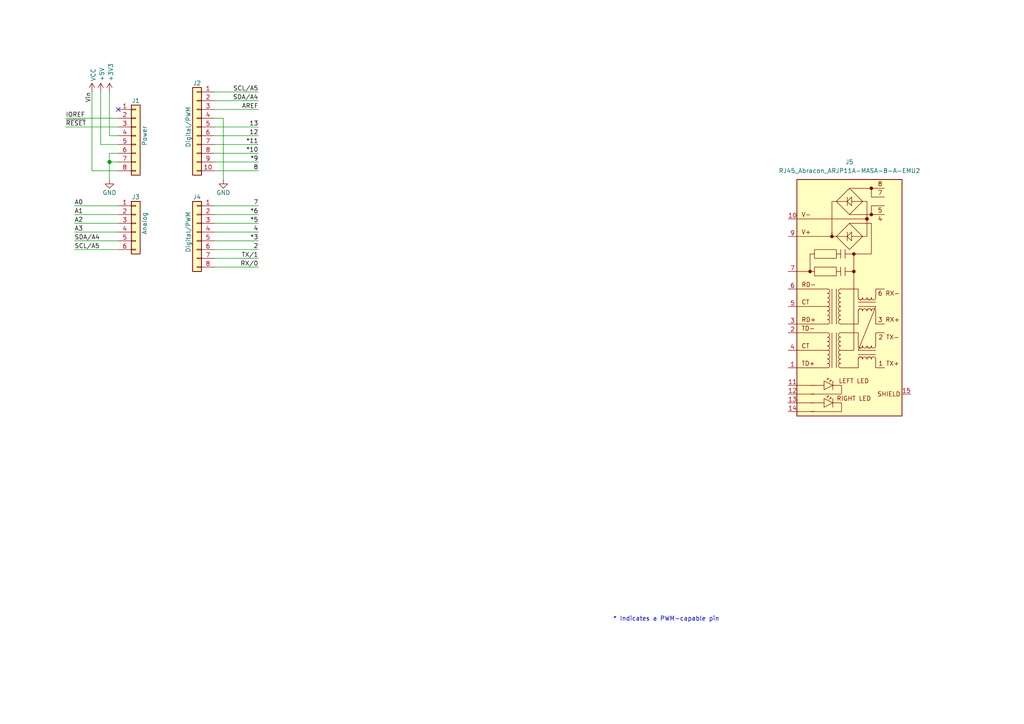
<source format=kicad_sch>
(kicad_sch (version 20230121) (generator eeschema)
  (paper "A4")
  (title_block (date "mar. 31 mars 2015"))
  (lib_symbols
    (symbol "Connector:RJ45_Abracon_ARJP11A-MASA-B-A-EMU2" (pin_names (offset 1.016) hide)
      (property "Reference" "J" (at 0 -38.1 0))
      (property "Value" "RJ45_Abracon_ARJP11A-MASA-B-A-EMU2" (at 0 -35.56 0))
      (symbol "RJ45_Abracon_ARJP11A-MASA-B-A-EMU2_0_0"
        (rectangle (start -15.24 -34.29) (end 15.24 34.29) (stroke (width 0.254)) (fill (type background)))
        (rectangle (start -3.81 8.89) (end -10.16 6.35))
        (polyline (pts (xy -15.24 -33.02) (xy -10.16 -33.02)))
        (polyline (pts (xy -15.24 -30.48) (xy -10.16 -30.48)))
        (polyline (pts (xy -15.24 -27.94) (xy -10.16 -27.94)))
        (polyline (pts (xy -15.24 -25.4) (xy -10.16 -25.4)))
        (polyline (pts (xy -15.24 -20.32) (xy -10.16 -20.32)))
        (polyline (pts (xy -15.24 -15.24) (xy -10.16 -15.24)))
        (polyline (pts (xy -15.24 -10.16) (xy -10.16 -10.16)))
        (polyline (pts (xy -15.24 -7.62) (xy -10.16 -7.62)))
        (polyline (pts (xy -15.24 -2.54) (xy -10.16 -2.54)))
        (polyline (pts (xy -15.24 2.54) (xy -10.16 2.54)))
        (polyline (pts (xy -15.24 22.86) (xy 5.08 22.86)))
        (polyline (pts (xy -11.43 7.62) (xy -15.24 7.62)))
        (polyline (pts (xy -11.176 -25.4) (xy -7.366 -25.4)))
        (polyline (pts (xy -10.16 7.62) (xy -11.43 7.62)))
        (polyline (pts (xy -5.08 17.78) (xy -15.24 17.78)))
        (polyline (pts (xy -5.08 17.78) (xy -3.81 17.78)))
        (polyline (pts (xy -5.08 19.05) (xy -5.08 17.78)))
        (polyline (pts (xy -3.81 7.62) (xy -2.54 7.62)))
        (polyline (pts (xy -3.81 12.7) (xy -2.54 12.7)))
        (polyline (pts (xy -2.54 8.89) (xy -2.54 6.35)))
        (polyline (pts (xy -1.27 8.89) (xy -1.27 6.35)))
        (polyline (pts (xy -1.27 13.97) (xy -1.27 11.43)))
        (polyline (pts (xy 0 21.59) (xy 6.35 21.59)))
        (polyline (pts (xy 0 24.13) (xy 10.16 24.13)))
        (polyline (pts (xy 0 31.75) (xy 10.16 31.75)))
        (polyline (pts (xy 1.27 10.16) (xy 1.27 12.7)))
        (polyline (pts (xy -10.16 12.7) (xy -11.43 12.7) (xy -11.43 7.62)))
        (polyline (pts (xy -3.81 27.94) (xy -5.08 27.94) (xy -5.08 17.78)))
        (polyline (pts (xy -1.27 12.7) (xy 0 12.7) (xy 1.27 12.7)))
        (polyline (pts (xy 1.27 12.7) (xy 6.35 12.7) (xy 6.35 21.59)))
        (polyline (pts (xy 6.35 24.13) (xy 6.35 26.67) (xy 10.16 26.67)))
        (polyline (pts (xy 6.35 31.75) (xy 6.35 29.21) (xy 10.16 29.21)))
        (polyline (pts (xy -4.826 -25.4) (xy -2.286 -25.4) (xy -2.286 -27.94) (xy -11.176 -27.94)))
        (polyline (pts (xy -2.54 -15.24) (xy -1.27 -15.24) (xy 1.27 -15.24) (xy 1.27 10.16)))
        (polyline (pts (xy 3.81 17.78) (xy 5.08 17.78) (xy 5.08 27.94) (xy 3.81 27.94)))
        (polyline (pts (xy -3.81 17.78) (xy 0 13.97) (xy 3.81 17.78) (xy 0 21.59) (xy -3.81 17.78)))
        (circle (center 1.27 7.62) (radius 0.0001) (stroke (width 0.508)))
        (text "1 TX+" (at 11.43 -19.05 0) (effects (font (size 1.27 1.27))))
        (text "2 TX-" (at 11.43 -11.43 0) (effects (font (size 1.27 1.27))))
        (text "3 RX+" (at 11.43 -6.35 0) (effects (font (size 1.27 1.27))))
        (text "4" (at 8.89 22.86 0) (effects (font (size 1.27 1.27))))
        (text "5" (at 8.89 25.4 0) (effects (font (size 1.27 1.27))))
        (text "6 RX-" (at 11.43 1.27 0) (effects (font (size 1.27 1.27))))
        (text "7" (at 8.89 30.48 0) (effects (font (size 1.27 1.27))))
        (text "8" (at 8.89 33.02 0) (effects (font (size 1.27 1.27))))
        (text "CT" (at -13.97 -1.27 0) (effects (font (size 1.27 1.27)) (justify left)))
        (text "LEFT LED" (at 1.27 -24.13 0) (effects (font (size 1.27 1.27))))
        (text "RD-" (at -13.97 3.81 0) (effects (font (size 1.27 1.27)) (justify left)))
        (text "SHIELD" (at 11.43 -27.94 0) (effects (font (size 1.27 1.27))))
        (text "V+" (at -13.97 19.05 0) (effects (font (size 1.27 1.27)) (justify left)))
        (text "V-" (at -13.97 24.13 0) (effects (font (size 1.27 1.27)) (justify left)))
      )
      (symbol "RJ45_Abracon_ARJP11A-MASA-B-A-EMU2_0_1"
        (arc (start -6.35 -16.51) (mid -5.7177 -15.875) (end -6.35 -15.24))
        (arc (start -6.35 -15.24) (mid -5.7177 -14.605) (end -6.35 -13.97))
        (arc (start -6.35 -13.97) (mid -6.35 -13.97) (end -6.35 -13.97))
        (arc (start -6.35 -11.43) (mid -5.7177 -10.795) (end -6.35 -10.16))
        (polyline (pts (xy -6.35 -20.32) (xy -10.16 -20.32)))
        (polyline (pts (xy -6.35 -15.24) (xy -10.16 -15.24)))
        (polyline (pts (xy -6.35 -10.16) (xy -10.16 -10.16)))
        (polyline (pts (xy -6.35 -7.62) (xy -10.16 -7.62)))
        (polyline (pts (xy -6.35 -2.54) (xy -10.16 -2.54)))
        (polyline (pts (xy -6.35 2.54) (xy -10.16 2.54)))
        (polyline (pts (xy -6.096 -28.448) (xy -6.35 -28.448)))
        (polyline (pts (xy -5.334 -28.956) (xy -5.588 -28.956)))
        (polyline (pts (xy -4.826 -24.13) (xy -4.826 -26.67)))
        (polyline (pts (xy -1.27 7.62) (xy 1.27 7.62)))
        (polyline (pts (xy -0.635 17.78) (xy -3.81 17.78)))
        (polyline (pts (xy -0.635 19.05) (xy -0.635 16.51)))
        (polyline (pts (xy 0.635 17.78) (xy 3.81 17.78)))
        (polyline (pts (xy -6.604 -28.956) (xy -6.096 -28.448) (xy -6.096 -28.702)))
        (polyline (pts (xy -5.842 -29.464) (xy -5.334 -28.956) (xy -5.334 -29.21)))
        (polyline (pts (xy -7.366 -24.13) (xy -7.366 -26.67) (xy -4.826 -25.4) (xy -7.366 -24.13)))
        (polyline (pts (xy 0.635 19.05) (xy 0.635 16.51) (xy -0.635 17.78) (xy 0.635 19.05)))
      )
      (symbol "RJ45_Abracon_ARJP11A-MASA-B-A-EMU2_1_1"
        (circle (center -11.43 7.62) (radius 0.0001) (stroke (width 0.508)))
        (arc (start -6.35 -20.32) (mid -5.7177 -19.685) (end -6.35 -19.05))
        (arc (start -6.35 -19.05) (mid -5.7177 -18.415) (end -6.35 -17.78))
        (arc (start -6.35 -17.78) (mid -6.35 -17.78) (end -6.35 -17.78))
        (arc (start -6.35 -17.78) (mid -5.7177 -17.145) (end -6.35 -16.51))
        (arc (start -6.35 -13.97) (mid -5.7177 -13.335) (end -6.35 -12.7))
        (arc (start -6.35 -12.7) (mid -5.7177 -12.065) (end -6.35 -11.43))
        (arc (start -6.35 -7.62) (mid -5.7177 -6.985) (end -6.35 -6.35))
        (arc (start -6.35 -6.35) (mid -5.7177 -5.715) (end -6.35 -5.08))
        (arc (start -6.35 -5.08) (mid -6.35 -5.08) (end -6.35 -5.08))
        (arc (start -6.35 -5.08) (mid -5.7177 -4.445) (end -6.35 -3.81))
        (arc (start -6.35 -3.81) (mid -6.35 -3.81) (end -6.35 -3.81))
        (arc (start -6.35 -3.81) (mid -5.7177 -3.175) (end -6.35 -2.54))
        (arc (start -6.35 -2.54) (mid -5.7177 -1.905) (end -6.35 -1.27))
        (arc (start -6.35 -1.27) (mid -5.7177 -0.635) (end -6.35 0))
        (arc (start -6.35 0) (mid -5.7177 0.635) (end -6.35 1.27))
        (arc (start -6.35 1.27) (mid -6.35 1.27) (end -6.35 1.27))
        (arc (start -6.35 1.27) (mid -5.7177 1.905) (end -6.35 2.54))
        (circle (center -5.08 17.78) (radius 0.0001) (stroke (width 0.508)))
        (rectangle (start -3.81 13.97) (end -10.16 11.43))
        (arc (start -2.54 -19.05) (mid -3.1723 -19.685) (end -2.54 -20.32))
        (arc (start -2.54 -19.05) (mid -2.54 -19.05) (end -2.54 -19.05))
        (arc (start -2.54 -17.78) (mid -3.1723 -18.415) (end -2.54 -19.05))
        (arc (start -2.54 -16.51) (mid -3.1723 -17.145) (end -2.54 -17.78))
        (arc (start -2.54 -15.24) (mid -3.1723 -15.875) (end -2.54 -16.51))
        (arc (start -2.54 -15.24) (mid -2.54 -15.24) (end -2.54 -15.24))
        (arc (start -2.54 -13.97) (mid -3.1723 -14.605) (end -2.54 -15.24))
        (arc (start -2.54 -12.7) (mid -3.1723 -13.335) (end -2.54 -13.97))
        (arc (start -2.54 -11.43) (mid -3.1723 -12.065) (end -2.54 -12.7))
        (arc (start -2.54 -10.16) (mid -3.1723 -10.795) (end -2.54 -11.43))
        (arc (start -2.54 -6.35) (mid -3.1723 -6.985) (end -2.54 -7.62))
        (arc (start -2.54 -6.35) (mid -2.54 -6.35) (end -2.54 -6.35))
        (arc (start -2.54 -5.08) (mid -3.1723 -5.715) (end -2.54 -6.35))
        (arc (start -2.54 -3.81) (mid -3.1723 -4.445) (end -2.54 -5.08))
        (arc (start -2.54 -3.81) (mid -2.54 -3.81) (end -2.54 -3.81))
        (arc (start -2.54 -2.54) (mid -3.1723 -3.175) (end -2.54 -3.81))
        (arc (start -2.54 -1.27) (mid -3.1723 -1.905) (end -2.54 -2.54))
        (arc (start -2.54 0) (mid -3.1723 -0.635) (end -2.54 -1.27))
        (arc (start -2.54 0) (mid -2.54 0) (end -2.54 0))
        (arc (start -2.54 1.27) (mid -3.1723 0.635) (end -2.54 0))
        (arc (start -2.54 2.54) (mid -3.1723 1.905) (end -2.54 1.27))
        (polyline (pts (xy -11.176 -30.48) (xy -7.366 -30.48)))
        (polyline (pts (xy -6.096 -23.368) (xy -6.35 -23.368)))
        (polyline (pts (xy -5.334 -23.876) (xy -5.588 -23.876)))
        (polyline (pts (xy -5.08 -10.16) (xy -5.08 -20.32)))
        (polyline (pts (xy -5.08 2.54) (xy -5.08 -7.62)))
        (polyline (pts (xy -4.826 -29.21) (xy -4.826 -31.75)))
        (polyline (pts (xy -3.81 -20.32) (xy -3.81 -10.16)))
        (polyline (pts (xy -3.81 -7.62) (xy -3.81 2.54)))
        (polyline (pts (xy -2.54 13.97) (xy -2.54 11.43)))
        (polyline (pts (xy -0.635 27.94) (xy -3.81 27.94)))
        (polyline (pts (xy -0.635 29.21) (xy -0.635 26.67)))
        (polyline (pts (xy 0.635 27.94) (xy 3.81 27.94)))
        (polyline (pts (xy 2.54 -16.51) (xy 7.62 -16.51)))
        (polyline (pts (xy 2.54 -15.24) (xy 7.62 -2.54)))
        (polyline (pts (xy 2.54 -2.54) (xy 7.62 -2.54)))
        (polyline (pts (xy 7.62 -15.24) (xy 2.54 -15.24)))
        (polyline (pts (xy 7.62 -1.27) (xy 2.54 -1.27)))
        (polyline (pts (xy -6.604 -23.876) (xy -6.096 -23.368) (xy -6.096 -23.622)))
        (polyline (pts (xy -5.842 -24.384) (xy -5.334 -23.876) (xy -5.334 -24.13)))
        (polyline (pts (xy -2.54 -10.16) (xy 2.54 -10.16) (xy 2.54 -13.97)))
        (polyline (pts (xy -2.54 -7.62) (xy 2.54 -7.62) (xy 2.54 -3.81)))
        (polyline (pts (xy -2.54 2.54) (xy 2.54 2.54) (xy 2.54 0)))
        (polyline (pts (xy 2.54 -17.78) (xy 2.54 -20.32) (xy -2.54 -20.32)))
        (polyline (pts (xy 7.62 -17.78) (xy 7.62 -20.32) (xy 10.16 -20.32)))
        (polyline (pts (xy 7.62 -13.97) (xy 7.62 -10.16) (xy 10.16 -10.16)))
        (polyline (pts (xy 7.62 -3.81) (xy 7.62 -7.62) (xy 10.16 -7.62)))
        (polyline (pts (xy 7.62 0) (xy 7.62 2.54) (xy 10.16 2.54)))
        (polyline (pts (xy -7.366 -29.21) (xy -7.366 -31.75) (xy -4.826 -30.48) (xy -7.366 -29.21)))
        (polyline (pts (xy -4.826 -30.48) (xy -2.286 -30.48) (xy -2.286 -33.02) (xy -11.176 -33.02)))
        (polyline (pts (xy 0.635 29.21) (xy 0.635 26.67) (xy -0.635 27.94) (xy 0.635 29.21)))
        (polyline (pts (xy -3.81 27.94) (xy 0 24.13) (xy 3.81 27.94) (xy 0 31.75) (xy -3.81 27.94)))
        (circle (center 1.27 12.7) (radius 0.0001) (stroke (width 0.508)))
        (arc (start 2.54 -17.78) (mid 2.54 -17.78) (end 2.54 -17.78))
        (arc (start 2.54 -13.97) (mid 3.175 -14.6023) (end 3.81 -13.97))
        (arc (start 2.54 -13.97) (mid 3.175 -14.6023) (end 3.81 -13.97))
        (arc (start 2.54 -3.81) (mid 2.54 -3.81) (end 2.54 -3.81))
        (arc (start 2.54 0) (mid 3.175 -0.6323) (end 3.81 0))
        (arc (start 2.54 0) (mid 3.175 -0.6323) (end 3.81 0))
        (arc (start 3.81 -17.78) (mid 3.175 -17.1477) (end 2.54 -17.78))
        (arc (start 3.81 -17.78) (mid 3.175 -17.1477) (end 2.54 -17.78))
        (arc (start 3.81 -13.97) (mid 3.81 -13.97) (end 3.81 -13.97))
        (arc (start 3.81 -13.97) (mid 4.445 -14.6023) (end 5.08 -13.97))
        (arc (start 3.81 -3.81) (mid 3.175 -3.1777) (end 2.54 -3.81))
        (arc (start 3.81 -3.81) (mid 3.175 -3.1777) (end 2.54 -3.81))
        (arc (start 3.81 0) (mid 3.81 0) (end 3.81 0))
        (arc (start 3.81 0) (mid 4.445 -0.6323) (end 5.08 0))
        (arc (start 5.08 -17.78) (mid 4.445 -17.1477) (end 3.81 -17.78))
        (arc (start 5.08 -17.78) (mid 5.08 -17.78) (end 5.08 -17.78))
        (arc (start 5.08 -13.97) (mid 5.715 -14.6023) (end 6.35 -13.97))
        (arc (start 5.08 -13.97) (mid 5.715 -14.6023) (end 6.35 -13.97))
        (arc (start 5.08 -3.81) (mid 4.445 -3.1777) (end 3.81 -3.81))
        (arc (start 5.08 -3.81) (mid 5.08 -3.81) (end 5.08 -3.81))
        (arc (start 5.08 0) (mid 5.715 -0.6323) (end 6.35 0))
        (arc (start 5.08 0) (mid 5.715 -0.6323) (end 6.35 0))
        (circle (center 5.08 22.86) (radius 0.0001) (stroke (width 0.508)))
        (circle (center 5.08 22.86) (radius 0.0001) (stroke (width 0.508)))
        (arc (start 6.35 -17.78) (mid 5.715 -17.1477) (end 5.08 -17.78))
        (arc (start 6.35 -17.78) (mid 5.715 -17.1477) (end 5.08 -17.78))
        (arc (start 6.35 -13.97) (mid 6.35 -13.97) (end 6.35 -13.97))
        (arc (start 6.35 -13.97) (mid 6.985 -14.6023) (end 7.62 -13.97))
        (arc (start 6.35 -3.81) (mid 5.715 -3.1777) (end 5.08 -3.81))
        (arc (start 6.35 -3.81) (mid 5.715 -3.1777) (end 5.08 -3.81))
        (arc (start 6.35 0) (mid 6.35 0) (end 6.35 0))
        (arc (start 6.35 0) (mid 6.985 -0.6323) (end 7.62 0))
        (circle (center 6.35 24.13) (radius 0.0001) (stroke (width 0.508)))
        (circle (center 6.35 31.75) (radius 0.0001) (stroke (width 0.508)))
        (arc (start 7.62 -17.78) (mid 6.985 -17.1477) (end 6.35 -17.78))
        (arc (start 7.62 -3.81) (mid 6.985 -3.1777) (end 6.35 -3.81))
        (text "CT" (at -13.97 -13.97 0) (effects (font (size 1.27 1.27)) (justify left)))
        (text "RD+" (at -13.97 -6.35 0) (effects (font (size 1.27 1.27)) (justify left)))
        (text "RIGHT LED" (at 1.27 -29.21 0) (effects (font (size 1.27 1.27))))
        (text "TD+" (at -13.97 -19.05 0) (effects (font (size 1.27 1.27)) (justify left)))
        (text "TD-" (at -13.97 -8.89 0) (effects (font (size 1.27 1.27)) (justify left)))
        (pin passive line (at -17.78 -20.32 0) (length 2.54) (name "TD+") (number "1"))
        (pin power_out line (at -17.78 22.86 0) (length 2.54) (name "V-") (number "10"))
        (pin passive line (at -17.78 -25.4 0) (length 2.54) (name "LLED+") (number "11"))
        (pin passive line (at -17.78 -27.94 0) (length 2.54) (name "LLED-") (number "12"))
        (pin passive line (at -17.78 -30.48 0) (length 2.54) (name "RLED+") (number "13"))
        (pin passive line (at -17.78 -33.02 0) (length 2.54) (name "RLED-") (number "14"))
        (pin passive line (at 17.78 -27.94 180) (length 2.54) (name "SHIELD") (number "15"))
        (pin passive line (at -17.78 -10.16 0) (length 2.54) (name "TD-") (number "2"))
        (pin passive line (at -17.78 -7.62 0) (length 2.54) (name "RD+") (number "3"))
        (pin passive line (at -17.78 -15.24 0) (length 2.54) (name "CT") (number "4"))
        (pin passive line (at -17.78 -2.54 0) (length 2.54) (name "CT") (number "5"))
        (pin passive line (at -17.78 2.54 0) (length 2.54) (name "RD-") (number "6"))
        (pin passive line (at -17.78 7.62 0) (length 2.54) (name "7") (number "7"))
        (pin power_out line (at -17.78 17.78 0) (length 2.54) (name "V+") (number "9"))
      )
    )
    (symbol "Connector_Generic:Conn_01x06" (pin_names (offset 1.016) hide)
      (property "Reference" "J" (at 0 7.62 0))
      (property "Value" "Conn_01x06" (at 0 -10.16 0))
      (symbol "Conn_01x06_1_1"
        (rectangle (start -1.27 -7.493) (end 0 -7.747) (stroke (width 0.1524)))
        (rectangle (start -1.27 -4.953) (end 0 -5.207) (stroke (width 0.1524)))
        (rectangle (start -1.27 -2.413) (end 0 -2.667) (stroke (width 0.1524)))
        (rectangle (start -1.27 0.127) (end 0 -0.127) (stroke (width 0.1524)))
        (rectangle (start -1.27 2.667) (end 0 2.413) (stroke (width 0.1524)))
        (rectangle (start -1.27 5.207) (end 0 4.953) (stroke (width 0.1524)))
        (rectangle (start -1.27 6.35) (end 1.27 -8.89) (stroke (width 0.254)) (fill (type background)))
        (pin passive line (at -5.08 5.08 0) (length 3.81) (name "Pin_1") (number "1"))
        (pin passive line (at -5.08 2.54 0) (length 3.81) (name "Pin_2") (number "2"))
        (pin passive line (at -5.08 0 0) (length 3.81) (name "Pin_3") (number "3"))
        (pin passive line (at -5.08 -2.54 0) (length 3.81) (name "Pin_4") (number "4"))
        (pin passive line (at -5.08 -5.08 0) (length 3.81) (name "Pin_5") (number "5"))
        (pin passive line (at -5.08 -7.62 0) (length 3.81) (name "Pin_6") (number "6"))
      )
    )
    (symbol "Connector_Generic:Conn_01x08" (pin_names (offset 1.016) hide)
      (property "Reference" "J" (at 0 10.16 0))
      (property "Value" "Conn_01x08" (at 0 -12.7 0))
      (symbol "Conn_01x08_1_1"
        (rectangle (start -1.27 -10.033) (end 0 -10.287) (stroke (width 0.1524)))
        (rectangle (start -1.27 -7.493) (end 0 -7.747) (stroke (width 0.1524)))
        (rectangle (start -1.27 -4.953) (end 0 -5.207) (stroke (width 0.1524)))
        (rectangle (start -1.27 -2.413) (end 0 -2.667) (stroke (width 0.1524)))
        (rectangle (start -1.27 0.127) (end 0 -0.127) (stroke (width 0.1524)))
        (rectangle (start -1.27 2.667) (end 0 2.413) (stroke (width 0.1524)))
        (rectangle (start -1.27 5.207) (end 0 4.953) (stroke (width 0.1524)))
        (rectangle (start -1.27 7.747) (end 0 7.493) (stroke (width 0.1524)))
        (rectangle (start -1.27 8.89) (end 1.27 -11.43) (stroke (width 0.254)) (fill (type background)))
        (pin passive line (at -5.08 7.62 0) (length 3.81) (name "Pin_1") (number "1"))
        (pin passive line (at -5.08 5.08 0) (length 3.81) (name "Pin_2") (number "2"))
        (pin passive line (at -5.08 2.54 0) (length 3.81) (name "Pin_3") (number "3"))
        (pin passive line (at -5.08 0 0) (length 3.81) (name "Pin_4") (number "4"))
        (pin passive line (at -5.08 -2.54 0) (length 3.81) (name "Pin_5") (number "5"))
        (pin passive line (at -5.08 -5.08 0) (length 3.81) (name "Pin_6") (number "6"))
        (pin passive line (at -5.08 -7.62 0) (length 3.81) (name "Pin_7") (number "7"))
        (pin passive line (at -5.08 -10.16 0) (length 3.81) (name "Pin_8") (number "8"))
      )
    )
    (symbol "Connector_Generic:Conn_01x10" (pin_names (offset 1.016) hide)
      (property "Reference" "J" (at 0 12.7 0))
      (property "Value" "Conn_01x10" (at 0 -15.24 0))
      (symbol "Conn_01x10_1_1"
        (rectangle (start -1.27 -12.573) (end 0 -12.827) (stroke (width 0.1524)))
        (rectangle (start -1.27 -10.033) (end 0 -10.287) (stroke (width 0.1524)))
        (rectangle (start -1.27 -7.493) (end 0 -7.747) (stroke (width 0.1524)))
        (rectangle (start -1.27 -4.953) (end 0 -5.207) (stroke (width 0.1524)))
        (rectangle (start -1.27 -2.413) (end 0 -2.667) (stroke (width 0.1524)))
        (rectangle (start -1.27 0.127) (end 0 -0.127) (stroke (width 0.1524)))
        (rectangle (start -1.27 2.667) (end 0 2.413) (stroke (width 0.1524)))
        (rectangle (start -1.27 5.207) (end 0 4.953) (stroke (width 0.1524)))
        (rectangle (start -1.27 7.747) (end 0 7.493) (stroke (width 0.1524)))
        (rectangle (start -1.27 10.287) (end 0 10.033) (stroke (width 0.1524)))
        (rectangle (start -1.27 11.43) (end 1.27 -13.97) (stroke (width 0.254)) (fill (type background)))
        (pin passive line (at -5.08 10.16 0) (length 3.81) (name "Pin_1") (number "1"))
        (pin passive line (at -5.08 -12.7 0) (length 3.81) (name "Pin_10") (number "10"))
        (pin passive line (at -5.08 7.62 0) (length 3.81) (name "Pin_2") (number "2"))
        (pin passive line (at -5.08 5.08 0) (length 3.81) (name "Pin_3") (number "3"))
        (pin passive line (at -5.08 2.54 0) (length 3.81) (name "Pin_4") (number "4"))
        (pin passive line (at -5.08 0 0) (length 3.81) (name "Pin_5") (number "5"))
        (pin passive line (at -5.08 -2.54 0) (length 3.81) (name "Pin_6") (number "6"))
        (pin passive line (at -5.08 -5.08 0) (length 3.81) (name "Pin_7") (number "7"))
        (pin passive line (at -5.08 -7.62 0) (length 3.81) (name "Pin_8") (number "8"))
        (pin passive line (at -5.08 -10.16 0) (length 3.81) (name "Pin_9") (number "9"))
      )
    )
    (symbol "power:+3V3" (power) (pin_names (offset 0))
      (property "Value" "+3V3" (at 0 3.556 0))
      (symbol "+3V3_0_1"
        (polyline (pts (xy -0.762 1.27) (xy 0 2.54)))
        (polyline (pts (xy 0 0) (xy 0 2.54)))
        (polyline (pts (xy 0 2.54) (xy 0.762 1.27)))
      )
      (symbol "+3V3_1_1"
        (pin power_in line (at 0 0 90) (length 0) hide (name "+3V3") (number "1"))
      )
    )
    (symbol "power:+5V" (power) (pin_names (offset 0))
      (property "Value" "+5V" (at 0 3.556 0))
      (symbol "+5V_0_1"
        (polyline (pts (xy -0.762 1.27) (xy 0 2.54)))
        (polyline (pts (xy 0 0) (xy 0 2.54)))
        (polyline (pts (xy 0 2.54) (xy 0.762 1.27)))
      )
      (symbol "+5V_1_1"
        (pin power_in line (at 0 0 90) (length 0) hide (name "+5V") (number "1"))
      )
    )
    (symbol "power:GND" (power) (pin_names (offset 0))
      (property "Value" "GND" (at 0 -3.81 0))
      (symbol "GND_0_1"
        (polyline (pts (xy 0 0) (xy 0 -1.27) (xy 1.27 -1.27) (xy 0 -2.54) (xy -1.27 -1.27) (xy 0 -1.27)))
      )
      (symbol "GND_1_1"
        (pin power_in line (at 0 0 270) (length 0) hide (name "GND") (number "1"))
      )
    )
    (symbol "power:VCC" (power) (pin_names (offset 0))
      (property "Value" "VCC" (at 0 3.81 0))
      (symbol "VCC_0_1"
        (polyline (pts (xy -0.762 1.27) (xy 0 2.54)))
        (polyline (pts (xy 0 0) (xy 0 2.54)))
        (polyline (pts (xy 0 2.54) (xy 0.762 1.27)))
      )
      (symbol "VCC_1_1"
        (pin power_in line (at 0 0 90) (length 0) hide (name "VCC") (number "1"))
      )
    )
  )
  (junction (at 31.75 46.99) (diameter 1.016))
  (no_connect (at 34.29 31.75))
  (wire (pts (xy 62.23 77.47) (xy 74.93 77.47)))
  (wire (pts (xy 62.23 44.45) (xy 74.93 44.45)))
  (wire (pts (xy 62.23 26.67) (xy 74.93 26.67)))
  (wire (pts (xy 31.75 44.45) (xy 31.75 46.99)))
  (wire (pts (xy 21.59 72.39) (xy 34.29 72.39)))
  (wire (pts (xy 31.75 46.99) (xy 31.75 52.07)))
  (wire (pts (xy 31.75 39.37) (xy 34.29 39.37)))
  (wire (pts (xy 29.21 41.91) (xy 34.29 41.91)))
  (wire (pts (xy 29.21 26.67) (xy 29.21 41.91)))
  (wire (pts (xy 62.23 36.83) (xy 74.93 36.83)))
  (wire (pts (xy 31.75 26.67) (xy 31.75 39.37)))
  (wire (pts (xy 62.23 59.69) (xy 74.93 59.69)))
  (wire (pts (xy 34.29 59.69) (xy 21.59 59.69)))
  (wire (pts (xy 62.23 39.37) (xy 74.93 39.37)))
  (wire (pts (xy 62.23 62.23) (xy 74.93 62.23)))
  (wire (pts (xy 62.23 46.99) (xy 74.93 46.99)))
  (wire (pts (xy 62.23 67.31) (xy 74.93 67.31)))
  (wire (pts (xy 19.05 34.29) (xy 34.29 34.29)))
  (wire (pts (xy 64.77 34.29) (xy 64.77 52.07)))
  (wire (pts (xy 62.23 31.75) (xy 74.93 31.75)))
  (wire (pts (xy 34.29 64.77) (xy 21.59 64.77)))
  (wire (pts (xy 19.05 36.83) (xy 34.29 36.83)))
  (wire (pts (xy 34.29 46.99) (xy 31.75 46.99)))
  (wire (pts (xy 34.29 49.53) (xy 26.67 49.53)))
  (wire (pts (xy 21.59 62.23) (xy 34.29 62.23)))
  (wire (pts (xy 62.23 34.29) (xy 64.77 34.29)))
  (wire (pts (xy 34.29 44.45) (xy 31.75 44.45)))
  (wire (pts (xy 62.23 41.91) (xy 74.93 41.91)))
  (wire (pts (xy 62.23 64.77) (xy 74.93 64.77)))
  (wire (pts (xy 21.59 67.31) (xy 34.29 67.31)))
  (wire (pts (xy 62.23 29.21) (xy 74.93 29.21)))
  (wire (pts (xy 62.23 72.39) (xy 74.93 72.39)))
  (wire (pts (xy 62.23 69.85) (xy 74.93 69.85)))
  (wire (pts (xy 62.23 74.93) (xy 74.93 74.93)))
  (wire (pts (xy 26.67 49.53) (xy 26.67 26.67)))
  (wire (pts (xy 34.29 69.85) (xy 21.59 69.85)))
  (wire (pts (xy 62.23 49.53) (xy 74.93 49.53)))
  (text "* Indicates a PWM-capable pin" (at 177.8 180.34 0) (effects (font (size 1.27 1.27)) (justify left bottom)))
  (label "RX{slash}0" (at 74.93 77.47 180))
  (label "A2" (at 21.59 64.77 0))
  (label "4" (at 74.93 67.31 180))
  (label "2" (at 74.93 72.39 180))
  (label "A3" (at 21.59 67.31 0))
  (label "13" (at 74.93 36.83 180))
  (label "12" (at 74.93 39.37 180))
  (label "~{RESET}" (at 19.05 36.83 0))
  (label "*10" (at 74.93 44.45 180))
  (label "7" (at 74.93 59.69 180))
  (label "SDA{slash}A4" (at 74.93 29.21 180))
  (label "8" (at 74.93 49.53 180))
  (label "*11" (at 74.93 41.91 180))
  (label "*3" (at 74.93 69.85 180))
  (label "A1" (at 21.59 62.23 0))
  (label "TX{slash}1" (at 74.93 74.93 180))
  (label "A0" (at 21.59 59.69 0))
  (label "AREF" (at 74.93 31.75 180))
  (label "Vin" (at 26.67 26.67 270))
  (label "*6" (at 74.93 62.23 180))
  (label "SCL{slash}A5" (at 74.93 26.67 180))
  (label "*9" (at 74.93 46.99 180))
  (label "*5" (at 74.93 64.77 180))
  (label "IOREF" (at 19.05 34.29 0))
  (label "SDA{slash}A4" (at 21.59 69.85 0))
  (label "SCL{slash}A5" (at 21.59 72.39 0))
  (symbol (lib_id "Connector_Generic:Conn_01x08") (at 39.37 39.37 0) (unit 1)
    (property "Reference" "J1" (at 39.37 29.21 0))
    (property "Value" "Power" (at 41.91 39.37 90))
    (property "Footprint" "Connector_PinSocket_2.54mm:PinSocket_1x08_P2.54mm_Vertical" (effects hide))
  )
  (symbol (lib_id "power:+3V3") (at 31.75 26.67 0) (unit 1)
    (property "Reference" "#PWR03" (effects hide))
    (property "Value" "+3.3V" (at 32.131 23.622 90) (effects (justify left)))
  )
  (symbol (lib_id "power:+5V") (at 29.21 26.67 0) (unit 1)
    (property "Reference" "#PWR02" (effects hide))
    (property "Value" "+5V" (at 29.5656 23.622 90) (effects (justify left)))
  )
  (symbol (lib_id "power:GND") (at 31.75 52.07 0) (unit 1)
    (property "Reference" "#PWR04" (effects hide))
    (property "Value" "GND" (at 31.75 55.88 0))
  )
  (symbol (lib_id "Connector_Generic:Conn_01x10") (at 57.15 36.83 0) (mirror y) (unit 1)
    (property "Reference" "J2" (at 57.15 24.13 0))
    (property "Value" "Digital/PWM" (at 54.61 36.83 90))
    (property "Footprint" "Connector_PinSocket_2.54mm:PinSocket_1x10_P2.54mm_Vertical" (effects hide))
  )
  (symbol (lib_id "power:GND") (at 64.77 52.07 0) (unit 1)
    (property "Reference" "#PWR05" (effects hide))
    (property "Value" "GND" (at 64.77 55.88 0))
  )
  (symbol (lib_id "Connector_Generic:Conn_01x06") (at 39.37 64.77 0) (unit 1)
    (property "Reference" "J3" (at 39.37 57.15 0))
    (property "Value" "Analog" (at 41.91 64.77 90))
    (property "Footprint" "Connector_PinSocket_2.54mm:PinSocket_1x06_P2.54mm_Vertical" (effects hide))
  )
  (symbol (lib_id "Connector_Generic:Conn_01x08") (at 57.15 67.31 0) (mirror y) (unit 1)
    (property "Reference" "J4" (at 57.15 57.15 0))
    (property "Value" "Digital/PWM" (at 54.61 67.31 90))
    (property "Footprint" "Connector_PinSocket_2.54mm:PinSocket_1x08_P2.54mm_Vertical" (effects hide))
  )
  (symbol (lib_id "power:VCC") (at 26.67 26.67 0) (unit 1)
    (property "Reference" "#PWR01" (effects hide))
    (property "Value" "VCC" (at 27.051 23.622 90) (effects (justify left)))
  )
  (symbol (lib_id "Connector:RJ45_Abracon_ARJP11A-MASA-B-A-EMU2") (at 246.38 86.36 0) (unit 1)
    (property "Reference" "J5" (at 246.38 46.99 0))
    (property "Value" "RJ45_Abracon_ARJP11A-MASA-B-A-EMU2" (at 246.38 49.53 0))
    (property "Footprint" "Connector_RJ:RJ45_Abracon_ARJP11A-MA_Horizontal" (effects hide))
    (property "Datasheet" "https://abracon.com/Magnetics/lan/ARJP11A.PDF" (effects hide))
  )
)
</source>
